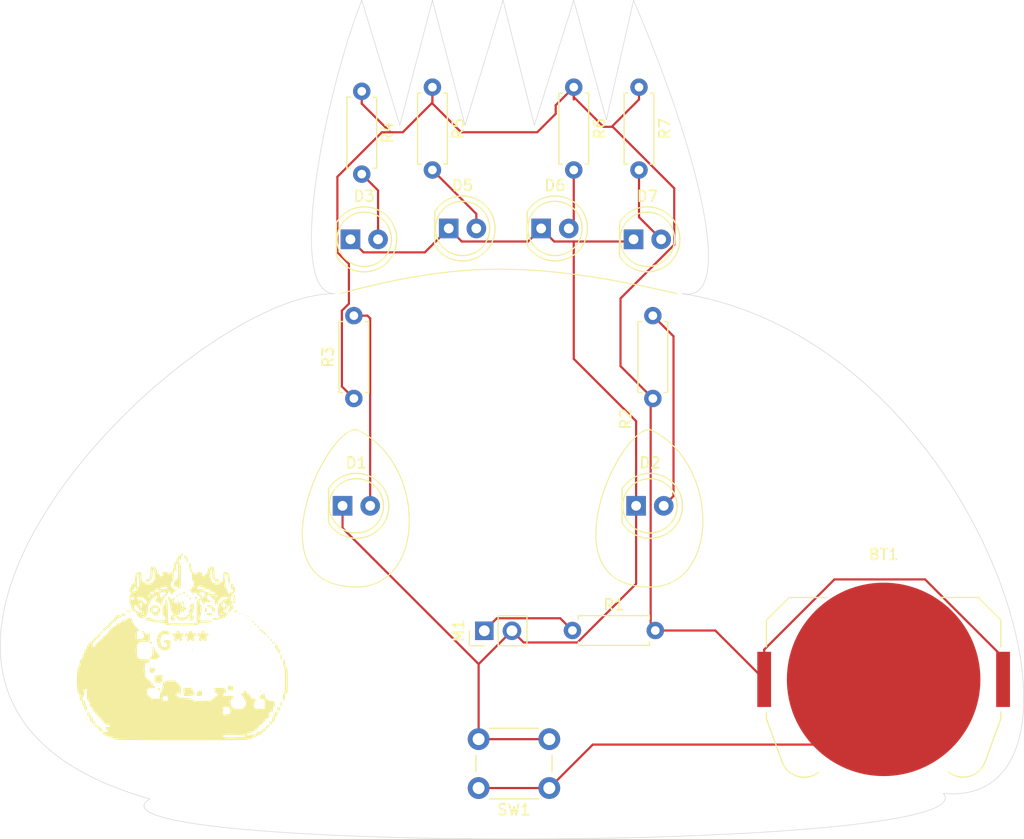
<source format=kicad_pcb>
(kicad_pcb (version 20241229) (generator "pcbnew") (generator_version "9.0")
  (layers (0 "F.Cu" signal) (2 "B.Cu" signal) (13 "F.Paste" user) (15 "B.Paste" user) (5 "F.SilkS" user "F.Silkscreen") (7 "B.SilkS" user "B.Silkscreen") (1 "F.Mask" user) (3 "B.Mask" user) (25 "Edge.Cuts" user))
  (net 0 "")
  (net 1 "Net-(BT1--)")
  (net 2 "Net-(BT1-+)")
  (net 3 "Net-(D1-K)")
  (net 4 "Net-(D1-A)")
  (net 5 "Net-(D2-A)")
  (net 6 "Net-(D3-A)")
  (net 7 "Net-(D5-A)")
  (net 8 "Net-(D6-A)")
  (net 9 "Net-(D7-A)")
  (net 10 "Net-(M1-+)")
  (footprint "LED_THT:LED_D5.0mm" (layer "F.Cu") (at 156.235 101.526529)
    (property "Reference" "D2" (at 1.27 -3.96 0) (layer "F.SilkS"))
    (property "Value" "LED")
    (pad "1" thru_hole rect (at 0 0) (size 1.8 1.8) (drill 0.9) (layers "*.Cu" "*.Mask") (net 3 "Net-(D1-K)"))
    (pad "2" thru_hole circle (at 2.54 0) (size 1.8 1.8) (drill 0.9) (layers "*.Cu" "*.Mask") (net 5 "Net-(D2-A)"))
  )
  (footprint "LED_THT:LED_D5.0mm" (layer "F.Cu") (at 147.5 76)
    (property "Reference" "D6" (at 1.27 -3.96 0) (layer "F.SilkS"))
    (property "Value" "LED")
    (pad "1" thru_hole rect (at 0 0) (size 1.8 1.8) (drill 0.9) (layers "*.Cu" "*.Mask") (net 3 "Net-(D1-K)"))
    (pad "2" thru_hole circle (at 2.54 0) (size 1.8 1.8) (drill 0.9) (layers "*.Cu" "*.Mask") (net 8 "Net-(D6-A)"))
  )
  (footprint "Resistor_THT:R_Axial_DIN0207_L6.3mm_D2.5mm_P7.62mm_Horizontal" (layer "F.Cu") (at 156.5 63 -90)
    (property "Reference" "R7" (at 3.81 -2.37 90) (layer "F.SilkS"))
    (property "Value" "R")
    (pad "1" thru_hole circle (at 0 0 270) (size 1.6 1.6) (drill 0.8) (layers "*.Cu" "*.Mask") (net 2 "Net-(BT1-+)"))
    (pad "2" thru_hole oval (at 7.62 0 270) (size 1.6 1.6) (drill 0.8) (layers "*.Cu" "*.Mask") (net 9 "Net-(D7-A)"))
  )
  (footprint "Battery:BatteryHolder_Keystone_3034_1x20mm" (layer "F.Cu") (at 179 117.5)
    (property "Reference" "BT1" (at 0 -11.5 0) (layer "F.SilkS"))
    (property "Value" "Battery_Cell")
    (pad "1" smd rect (at -10.985 0) (size 1.27 5.08) (layers "F.Cu" "F.Mask" "F.Paste") (net 2 "Net-(BT1-+)"))
    (pad "1" smd rect (at 10.985 0) (size 1.27 5.08) (layers "F.Cu" "F.Mask" "F.Paste") (net 2 "Net-(BT1-+)"))
    (pad "2" smd circle (at 0 0) (size 17.8 17.8) (layers "F.Cu" "F.Mask") (net 1 "Net-(BT1--)"))
  )
  (footprint "Resistor_THT:R_Axial_DIN0207_L6.3mm_D2.5mm_P7.62mm_Horizontal" (layer "F.Cu") (at 150.38 113)
    (property "Reference" "R1" (at 3.81 -2.37 0) (layer "F.SilkS"))
    (property "Value" "R")
    (pad "1" thru_hole circle (at 0 0) (size 1.6 1.6) (drill 0.8) (layers "*.Cu" "*.Mask") (net 10 "Net-(M1-+)"))
    (pad "2" thru_hole oval (at 7.62 0) (size 1.6 1.6) (drill 0.8) (layers "*.Cu" "*.Mask") (net 2 "Net-(BT1-+)"))
  )
  (footprint "Resistor_THT:R_Axial_DIN0207_L6.3mm_D2.5mm_P7.62mm_Horizontal" (layer "F.Cu") (at 131 63.38 -90)
    (property "Reference" "R4" (at 3.81 -2.37 90) (layer "F.SilkS"))
    (property "Value" "R")
    (pad "1" thru_hole circle (at 0 0 270) (size 1.6 1.6) (drill 0.8) (layers "*.Cu" "*.Mask") (net 2 "Net-(BT1-+)"))
    (pad "2" thru_hole oval (at 7.62 0 270) (size 1.6 1.6) (drill 0.8) (layers "*.Cu" "*.Mask") (net 6 "Net-(D3-A)"))
  )
  (footprint "LED_THT:LED_D5.0mm" (layer "F.Cu") (at 156 77)
    (property "Reference" "D7" (at 1.27 -3.96 0) (layer "F.SilkS"))
    (property "Value" "LED")
    (pad "1" thru_hole rect (at 0 0) (size 1.8 1.8) (drill 0.9) (layers "*.Cu" "*.Mask") (net 3 "Net-(D1-K)"))
    (pad "2" thru_hole circle (at 2.54 0) (size 1.8 1.8) (drill 0.9) (layers "*.Cu" "*.Mask") (net 9 "Net-(D7-A)"))
  )
  (footprint "Resistor_THT:R_Axial_DIN0207_L6.3mm_D2.5mm_P7.62mm_Horizontal" (layer "F.Cu") (at 150.5 63 -90)
    (property "Reference" "R6" (at 3.81 -2.37 90) (layer "F.SilkS"))
    (property "Value" "R")
    (pad "1" thru_hole circle (at 0 0 270) (size 1.6 1.6) (drill 0.8) (layers "*.Cu" "*.Mask") (net 2 "Net-(BT1-+)"))
    (pad "2" thru_hole oval (at 7.62 0 270) (size 1.6 1.6) (drill 0.8) (layers "*.Cu" "*.Mask") (net 8 "Net-(D6-A)"))
  )
  (footprint "Resistor_THT:R_Axial_DIN0207_L6.3mm_D2.5mm_P7.62mm_Horizontal" (layer "F.Cu") (at 130.275 91.646529 90)
    (property "Reference" "R3" (at 3.81 -2.37 90) (layer "F.SilkS"))
    (property "Value" "R")
    (pad "1" thru_hole circle (at 0 0 90) (size 1.6 1.6) (drill 0.8) (layers "*.Cu" "*.Mask") (net 2 "Net-(BT1-+)"))
    (pad "2" thru_hole oval (at 7.62 0 90) (size 1.6 1.6) (drill 0.8) (layers "*.Cu" "*.Mask") (net 4 "Net-(D1-A)"))
  )
  (footprint "LED_THT:LED_D5.0mm" (layer "F.Cu") (at 129.235 101.526529)
    (property "Reference" "D1" (at 1.27 -3.96 0) (layer "F.SilkS"))
    (property "Value" "LED")
    (pad "1" thru_hole rect (at 0 0) (size 1.8 1.8) (drill 0.9) (layers "*.Cu" "*.Mask") (net 3 "Net-(D1-K)"))
    (pad "2" thru_hole circle (at 2.54 0) (size 1.8 1.8) (drill 0.9) (layers "*.Cu" "*.Mask") (net 4 "Net-(D1-A)"))
  )
  (footprint "Resistor_THT:R_Axial_DIN0207_L6.3mm_D2.5mm_P7.62mm_Horizontal" (layer "F.Cu") (at 157.775 91.646529 90)
    (property "Reference" "R2" (at -1.88 -2.5 90) (layer "F.SilkS"))
    (property "Value" "R")
    (pad "1" thru_hole circle (at 0 0 90) (size 1.6 1.6) (drill 0.8) (layers "*.Cu" "*.Mask") (net 2 "Net-(BT1-+)"))
    (pad "2" thru_hole oval (at 7.62 0 90) (size 1.6 1.6) (drill 0.8) (layers "*.Cu" "*.Mask") (net 5 "Net-(D2-A)"))
  )
  (footprint "Connector_PinHeader_2.54mm:PinHeader_1x02_P2.54mm_Vertical" (layer "F.Cu") (at 142.275 113.026529 90)
    (property "Reference" "M1" (at 0 -2.38 90) (layer "F.SilkS"))
    (property "Value" "Motor_DC")
    (pad "1" thru_hole rect (at 0 0 90) (size 1.7 1.7) (drill 1) (layers "*.Cu" "*.Mask") (net 10 "Net-(M1-+)"))
    (pad "2" thru_hole circle (at 0 2.54 90) (size 1.7 1.7) (drill 1) (layers "*.Cu" "*.Mask") (net 3 "Net-(D1-K)"))
  )
  (footprint "Resistor_THT:R_Axial_DIN0207_L6.3mm_D2.5mm_P7.62mm_Horizontal" (layer "F.Cu") (at 137.5 63 -90)
    (property "Reference" "R5" (at 3.81 -2.37 90) (layer "F.SilkS"))
    (property "Value" "R")
    (pad "1" thru_hole circle (at 0 0 270) (size 1.6 1.6) (drill 0.8) (layers "*.Cu" "*.Mask") (net 2 "Net-(BT1-+)"))
    (pad "2" thru_hole oval (at 7.62 0 270) (size 1.6 1.6) (drill 0.8) (layers "*.Cu" "*.Mask") (net 7 "Net-(D5-A)"))
  )
  (footprint "LED_THT:LED_D5.0mm" (layer "F.Cu") (at 129.96 77)
    (property "Reference" "D3" (at 1.27 -3.96 0) (layer "F.SilkS"))
    (property "Value" "LED")
    (pad "1" thru_hole rect (at 0 0) (size 1.8 1.8) (drill 0.9) (layers "*.Cu" "*.Mask") (net 3 "Net-(D1-K)"))
    (pad "2" thru_hole circle (at 2.54 0) (size 1.8 1.8) (drill 0.9) (layers "*.Cu" "*.Mask") (net 6 "Net-(D3-A)"))
  )
  (footprint "LOGO" (layer "F.Cu") (at 114.5 114)
    (property "Reference" "G***" (at 0 0 0) (layer "F.SilkS") (effects (font (size 1.5 1.5) (thickness 0.3))))
    (property "Value" "LOGO" (hide yes))
  )
  (footprint "LED_THT:LED_D5.0mm" (layer "F.Cu") (at 139 76)
    (property "Reference" "D5" (at 1.27 -3.96 0) (layer "F.SilkS"))
    (property "Value" "LED")
    (pad "1" thru_hole rect (at 0 0) (size 1.8 1.8) (drill 0.9) (layers "*.Cu" "*.Mask") (net 3 "Net-(D1-K)"))
    (pad "2" thru_hole circle (at 2.54 0) (size 1.8 1.8) (drill 0.9) (layers "*.Cu" "*.Mask") (net 7 "Net-(D5-A)"))
  )
  (footprint "Button_Switch_THT:SW_PUSH_6mm" (layer "F.Cu") (at 148.25 127.5 180)
    (property "Reference" "SW1" (at 3.25 -2 0) (layer "F.SilkS"))
    (property "Value" "SW_Push")
    (pad "1" thru_hole circle (at 0 0 270) (size 2 2) (drill 1.1) (layers "*.Cu" "*.Mask") (net 1 "Net-(BT1--)"))
    (pad "1" thru_hole circle (at 6.5 0 270) (size 2 2) (drill 1.1) (layers "*.Cu" "*.Mask") (net 1 "Net-(BT1--)"))
    (pad "2" thru_hole circle (at 0 4.5 270) (size 2 2) (drill 1.1) (layers "*.Cu" "*.Mask") (net 3 "Net-(D1-K)"))
    (pad "2" thru_hole circle (at 6.5 4.5 270) (size 2 2) (drill 1.1) (layers "*.Cu" "*.Mask") (net 3 "Net-(D1-K)"))
  )
  (gr_curve (pts (xy 129 82) (xy 140 79) (xy 147 79) (xy 160 82)) (stroke (width 0.1)) (layer "F.SilkS"))
  (gr_curve (pts (xy 157.5 94.5) (xy 154.5 94.5) (xy 148 109) (xy 157.5 109)) (stroke (width 0.1)) (layer "F.SilkS"))
  (gr_curve (pts (xy 130.5 94.5) (xy 127.5 94.5) (xy 121 109) (xy 130.5 109)) (stroke (width 0.1)) (layer "F.SilkS"))
  (gr_curve (pts (xy 130.5 109) (xy 137 109) (xy 137 97.5) (xy 130.5 94.5)) (stroke (width 0.1)) (layer "F.SilkS"))
  (gr_curve (pts (xy 157.5 109) (xy 164 109) (xy 164 97.5) (xy 157.5 94.5)) (stroke (width 0.1)) (layer "F.SilkS"))
  (gr_line (start 156 55) (end 153.5 66) (stroke (width 0.05)) (layer "Edge.Cuts"))
  (gr_line (start 137.5 55) (end 140.5 66.5) (stroke (width 0.05)) (layer "Edge.Cuts"))
  (gr_line (start 140.5 66.5) (end 144 55) (stroke (width 0.05)) (layer "Edge.Cuts"))
  (gr_curve (pts (xy 111.5 128.5) (xy 78 119) (xy 114.5 82) (xy 128.5 82)) (stroke (width 0.05)) (layer "Edge.Cuts"))
  (gr_curve (pts (xy 160.5 82) (xy 165.5 83) (xy 162 69) (xy 156 55)) (stroke (width 0.05)) (layer "Edge.Cuts"))
  (gr_curve (pts (xy 184.5 128) (xy 201 129.5) (xy 188.5 86.5) (xy 160.5 82)) (stroke (width 0.05)) (layer "Edge.Cuts"))
  (gr_line (start 150.5 55) (end 146.875 66.5) (stroke (width 0.05)) (layer "Edge.Cuts"))
  (gr_line (start 134.5 66.5) (end 137.5 55) (stroke (width 0.05)) (layer "Edge.Cuts"))
  (gr_line (start 153.5 66) (end 150.5 55) (stroke (width 0.05)) (layer "Edge.Cuts"))
  (gr_curve (pts (xy 111.5 128.5) (xy 103.5 133.5) (xy 189 133.5) (xy 184.5 128)) (stroke (width 0.05)) (layer "Edge.Cuts"))
  (gr_curve (pts (xy 128.5 82) (xy 124 82) (xy 127.5 64) (xy 131 55)) (stroke (width 0.05)) (layer "Edge.Cuts"))
  (gr_line (start 144 55) (end 146.875 66.5) (stroke (width 0.05)) (layer "Edge.Cuts"))
  (gr_line (start 131 55) (end 134.5 66.5) (stroke (width 0.05)) (layer "Edge.Cuts"))
  (segment (start 173 123.5) (end 152.25 123.5) (width 0.2) (layer "F.Cu") (net 1))
  (segment (start 148.25 127.5) (end 141.75 127.5) (width 0.2) (layer "F.Cu") (net 1))
  (segment (start 179 117.5) (end 173 123.5) (width 0.2) (layer "F.Cu") (net 1))
  (segment (start 152.25 123.5) (end 148.25 127.5) (width 0.2) (layer "F.Cu") (net 1))
  (segment (start 140.144376 67.144376) (end 137.5 64.5) (width 0.2) (layer "F.Cu") (net 2))
  (segment (start 148.839 65) (end 148.839 64.661) (width 0.2) (layer "F.Cu") (net 2))
  (segment (start 156.5 64.13137) (end 153.986046 66.645324) (width 0.2) (layer "F.Cu") (net 2))
  (segment (start 129.81895 79.26095) (end 128.759 78.201) (width 0.2) (layer "F.Cu") (net 2))
  (segment (start 174.476 108.299) (end 182.811179 108.299) (width 0.2) (layer "F.Cu") (net 2))
  (segment (start 134.76818 67.147443) (end 133.636073 67.147443) (width 0.2) (layer "F.Cu") (net 2))
  (segment (start 159.741 72.30395) (end 154.082374 66.645324) (width 0.2) (layer "F.Cu") (net 2))
  (segment (start 130.275 91.646529) (end 129.174 90.545529) (width 0.2) (layer "F.Cu") (net 2))
  (segment (start 133.636073 67.147443) (end 131 64.51137) (width 0.2) (layer "F.Cu") (net 2))
  (segment (start 128.759 78.201) (end 128.759 71.241) (width 0.2) (layer "F.Cu") (net 2))
  (segment (start 131 64.51137) (end 131 63.38) (width 0.2) (layer "F.Cu") (net 2))
  (segment (start 168.015 117.5) (end 168.015 114.76) (width 0.2) (layer "F.Cu") (net 2))
  (segment (start 137.5 64.5) (end 137.5 63) (width 0.2) (layer "F.Cu") (net 2))
  (segment (start 156.5 63) (end 156.5 64.13137) (width 0.2) (layer "F.Cu") (net 2))
  (segment (start 189.985 115.472821) (end 189.985 117.5) (width 0.2) (layer "F.Cu") (net 2))
  (segment (start 153.986046 66.645324) (end 153.238494 66.645324) (width 0.2) (layer "F.Cu") (net 2))
  (segment (start 163.515 113) (end 168.015 117.5) (width 0.2) (layer "F.Cu") (net 2))
  (segment (start 137.5 64.415623) (end 134.76818 67.147443) (width 0.2) (layer "F.Cu") (net 2))
  (segment (start 182.811179 108.299) (end 189.985 115.472821) (width 0.2) (layer "F.Cu") (net 2))
  (segment (start 148.839 65.445952) (end 147.140576 67.144376) (width 0.2) (layer "F.Cu") (net 2))
  (segment (start 147.140576 67.144376) (end 140.144376 67.144376) (width 0.2) (layer "F.Cu") (net 2))
  (segment (start 154.082374 66.645324) (end 153.986046 66.645324) (width 0.2) (layer "F.Cu") (net 2))
  (segment (start 154.799 82.439471) (end 159.741 77.497471) (width 0.2) (layer "F.Cu") (net 2))
  (segment (start 168.015 114.76) (end 174.476 108.299) (width 0.2) (layer "F.Cu") (net 2))
  (segment (start 153.238494 66.645324) (end 150.5 63.90683) (width 0.2) (layer "F.Cu") (net 2))
  (segment (start 154.799 88.670529) (end 154.799 82.439471) (width 0.2) (layer "F.Cu") (net 2))
  (segment (start 129.174 83.570479) (end 129.81895 82.925529) (width 0.2) (layer "F.Cu") (net 2))
  (segment (start 128.759 71.241) (end 132.852557 67.147443) (width 0.2) (layer "F.Cu") (net 2))
  (segment (start 158 113) (end 157.574 112.574) (width 0.2) (layer "F.Cu") (net 2))
  (segment (start 129.174 90.545529) (end 129.174 83.570479) (width 0.2) (layer "F.Cu") (net 2))
  (segment (start 137.5 63) (end 137.5 64.415623) (width 0.2) (layer "F.Cu") (net 2))
  (segment (start 150.5 63.90683) (end 150.5 63) (width 0.2) (layer "F.Cu") (net 2))
  (segment (start 148.839 64.661) (end 150.5 63) (width 0.2) (layer "F.Cu") (net 2))
  (segment (start 158 113) (end 163.515 113) (width 0.2) (layer "F.Cu") (net 2))
  (segment (start 132.852557 67.147443) (end 133.636073 67.147443) (width 0.2) (layer "F.Cu") (net 2))
  (segment (start 150.5 63) (end 150.5 64.13137) (width 0.2) (layer "F.Cu") (net 2))
  (segment (start 129.81895 82.925529) (end 129.81895 79.26095) (width 0.2) (layer "F.Cu") (net 2))
  (segment (start 159.741 77.497471) (end 159.741 72.30395) (width 0.2) (layer "F.Cu") (net 2))
  (segment (start 157.574 112.574) (end 157.574 91.847529) (width 0.2) (layer "F.Cu") (net 2))
  (segment (start 157.775 91.646529) (end 154.799 88.670529) (width 0.2) (layer "F.Cu") (net 2))
  (segment (start 157.574 91.847529) (end 157.775 91.646529) (width 0.2) (layer "F.Cu") (net 2))
  (segment (start 148.839 65) (end 148.839 65.445952) (width 0.2) (layer "F.Cu") (net 2))
  (segment (start 156.235 93.735) (end 156.235 101.526529) (width 0.2) (layer "F.Cu") (net 3))
  (segment (start 141.75 116.091529) (end 141.75 123) (width 0.2) (layer "F.Cu") (net 3))
  (segment (start 141.75 123) (end 148.25 123) (width 0.2) (layer "F.Cu") (net 3))
  (segment (start 131.161 78.201) (end 129.96 77) (width 0.2) (layer "F.Cu") (net 3))
  (segment (start 147.5 76) (end 146.299 77.201) (width 0.2) (layer "F.Cu") (net 3))
  (segment (start 141.75 116.091529) (end 137.079236 111.420764) (width 0.2) (layer "F.Cu") (net 3))
  (segment (start 144.815 113.026529) (end 145.889471 114.101) (width 0.2) (layer "F.Cu") (net 3))
  (segment (start 156 77) (end 155.799 77.201) (width 0.2) (layer "F.Cu") (net 3))
  (segment (start 145.889471 114.101) (end 150.83605 114.101) (width 0.2) (layer "F.Cu") (net 3))
  (segment (start 136.799 78.201) (end 131.161 78.201) (width 0.2) (layer "F.Cu") (net 3))
  (segment (start 139 76) (end 136.799 78.201) (width 0.2) (layer "F.Cu") (net 3))
  (segment (start 155.799 77.201) (end 150.5 77.201) (width 0.2) (layer "F.Cu") (net 3))
  (segment (start 129.235 103.576529) (end 129.235 101.526529) (width 0.2) (layer "F.Cu") (net 3))
  (segment (start 140.201 77.201) (end 139 76) (width 0.2) (layer "F.Cu") (net 3))
  (segment (start 150.5 77.201) (end 150.5 88) (width 0.2) (layer "F.Cu") (net 3))
  (segment (start 144.815 113.026529) (end 141.75 116.091529) (width 0.2) (layer "F.Cu") (net 3))
  (segment (start 137.079236 111.420764) (end 132.079236 106.420764) (width 0.2) (layer "F.Cu") (net 3))
  (segment (start 132.079236 106.420764) (end 129.235 103.576529) (width 0.2) (layer "F.Cu") (net 3))
  (segment (start 146.299 77.201) (end 140.201 77.201) (width 0.2) (layer "F.Cu") (net 3))
  (segment (start 150.5 88) (end 156.235 93.735) (width 0.2) (layer "F.Cu") (net 3))
  (segment (start 156.235 108.70205) (end 156.235 101.526529) (width 0.2) (layer "F.Cu") (net 3))
  (segment (start 148.701 77.201) (end 147.5 76) (width 0.2) (layer "F.Cu") (net 3))
  (segment (start 150.5 77.201) (end 148.701 77.201) (width 0.2) (layer "F.Cu") (net 3))
  (segment (start 150.83605 114.101) (end 156.235 108.70205) (width 0.2) (layer "F.Cu") (net 3))
  (segment (start 131.523471 84.026529) (end 130.275 84.026529) (width 0.2) (layer "F.Cu") (net 4))
  (segment (start 131.775 101.526529) (end 131.775 84.278058) (width 0.2) (layer "F.Cu") (net 4))
  (segment (start 131.775 84.278058) (end 131.523471 84.026529) (width 0.2) (layer "F.Cu") (net 4))
  (segment (start 159.675 100.626529) (end 159.675 85.926529) (width 0.2) (layer "F.Cu") (net 5))
  (segment (start 159.675 85.926529) (end 157.775 84.026529) (width 0.2) (layer "F.Cu") (net 5))
  (segment (start 158.775 101.526529) (end 159.675 100.626529) (width 0.2) (layer "F.Cu") (net 5))
  (segment (start 132.5 72.5) (end 131 71) (width 0.2) (layer "F.Cu") (net 6))
  (segment (start 132.5 77) (end 132.5 72.5) (width 0.2) (layer "F.Cu") (net 6))
  (segment (start 141.54 76) (end 141.54 74.66) (width 0.2) (layer "F.Cu") (net 7))
  (segment (start 141.54 74.66) (end 137.5 70.62) (width 0.2) (layer "F.Cu") (net 7))
  (segment (start 150.5 70.62) (end 150.5 75.54) (width 0.2) (layer "F.Cu") (net 8))
  (segment (start 150.5 75.54) (end 150.04 76) (width 0.2) (layer "F.Cu") (net 8))
  (segment (start 156.5 74.96) (end 158.54 77) (width 0.2) (layer "F.Cu") (net 9))
  (segment (start 156.5 70.62) (end 156.5 74.96) (width 0.2) (layer "F.Cu") (net 9))
  (segment (start 150.38 113) (end 149.255529 111.875529) (width 0.2) (layer "F.Cu") (net 10))
  (segment (start 150.38 113) (end 150.38 113.026529) (width 0.2) (layer "F.Cu") (net 10))
  (segment (start 149.255529 111.875529) (end 143.426 111.875529) (width 0.2) (layer "F.Cu") (net 10))
  (segment (start 143.426 111.875529) (end 142.275 113.026529) (width 0.2) (layer "F.Cu") (net 10))
)
</source>
